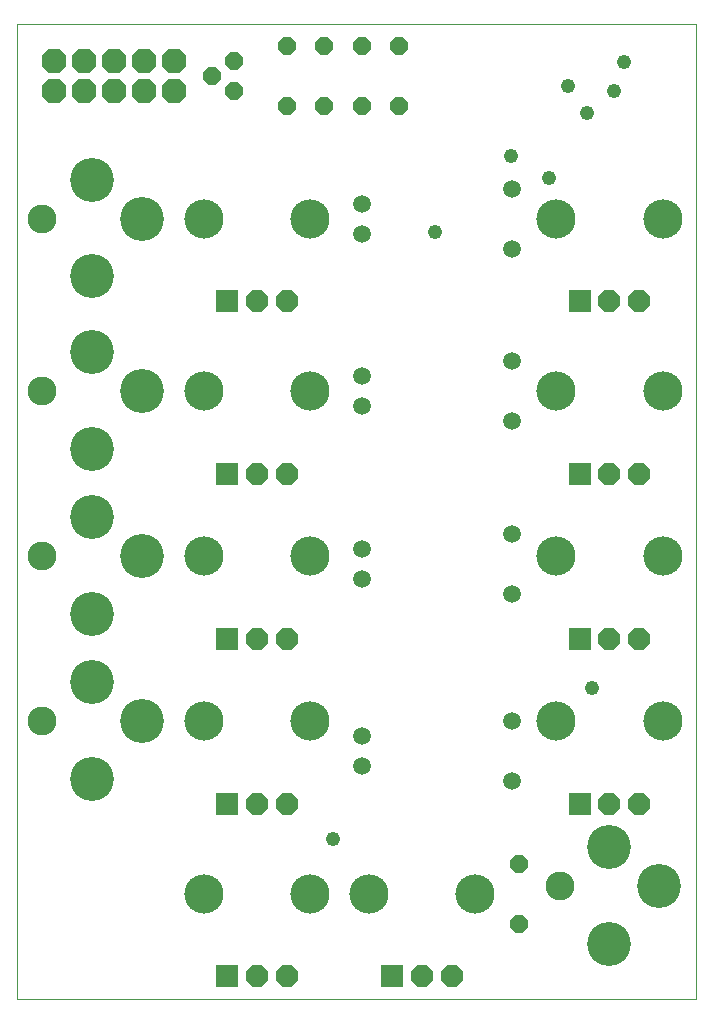
<source format=gts>
G75*
%MOIN*%
%OFA0B0*%
%FSLAX25Y25*%
%IPPOS*%
%LPD*%
%AMOC8*
5,1,8,0,0,1.08239X$1,22.5*
%
%ADD10C,0.00000*%
%ADD11OC8,0.06000*%
%ADD12C,0.14643*%
%ADD13C,0.09658*%
%ADD14C,0.05918*%
%ADD15OC8,0.08200*%
%ADD16R,0.07296X0.07296*%
%ADD17OC8,0.07296*%
%ADD18C,0.13068*%
%ADD19C,0.04800*%
D10*
X0001000Y0001000D02*
X0001000Y0325961D01*
X0227201Y0325961D01*
X0227201Y0001000D01*
X0001000Y0001000D01*
D11*
X0168500Y0026000D03*
X0168500Y0046000D03*
X0128500Y0298500D03*
X0116000Y0298500D03*
X0103500Y0298500D03*
X0091000Y0298500D03*
X0091000Y0318500D03*
X0103500Y0318500D03*
X0116000Y0318500D03*
X0128500Y0318500D03*
X0073500Y0313500D03*
X0073500Y0303500D03*
X0066000Y0308500D03*
D12*
X0042535Y0261000D03*
X0026000Y0273992D03*
X0026000Y0241709D03*
X0026000Y0216492D03*
X0042535Y0203500D03*
X0026000Y0184209D03*
X0026000Y0161492D03*
X0042535Y0148500D03*
X0026000Y0129209D03*
X0026000Y0106492D03*
X0042535Y0093500D03*
X0026000Y0074209D03*
X0198500Y0051492D03*
X0215035Y0038500D03*
X0198500Y0019209D03*
D13*
X0181965Y0038500D03*
X0009465Y0093500D03*
X0009465Y0148500D03*
X0009465Y0203500D03*
X0009465Y0261000D03*
D14*
X0116000Y0256000D03*
X0116000Y0266000D03*
X0116000Y0208500D03*
X0116000Y0198500D03*
X0116000Y0151000D03*
X0116000Y0141000D03*
X0116000Y0088500D03*
X0116000Y0078500D03*
X0166000Y0073500D03*
X0166000Y0093500D03*
X0166000Y0136000D03*
X0166000Y0156000D03*
X0166000Y0193500D03*
X0166000Y0213500D03*
X0166000Y0251000D03*
X0166000Y0271000D03*
D15*
X0053500Y0303500D03*
X0053500Y0313500D03*
X0043500Y0313500D03*
X0043500Y0303500D03*
X0033500Y0303500D03*
X0033500Y0313500D03*
X0023500Y0313500D03*
X0023500Y0303500D03*
X0013500Y0303500D03*
X0013500Y0313500D03*
D16*
X0071157Y0233441D03*
X0071157Y0175941D03*
X0071157Y0120941D03*
X0071157Y0065941D03*
X0071157Y0008441D03*
X0126157Y0008441D03*
X0188657Y0065941D03*
X0188657Y0120941D03*
X0188657Y0175941D03*
X0188657Y0233441D03*
D17*
X0198500Y0233441D03*
X0208343Y0233441D03*
X0208343Y0175941D03*
X0198500Y0175941D03*
X0198500Y0120941D03*
X0208343Y0120941D03*
X0208343Y0065941D03*
X0198500Y0065941D03*
X0145843Y0008441D03*
X0136000Y0008441D03*
X0090843Y0008441D03*
X0081000Y0008441D03*
X0081000Y0065941D03*
X0090843Y0065941D03*
X0090843Y0120941D03*
X0081000Y0120941D03*
X0081000Y0175941D03*
X0090843Y0175941D03*
X0090843Y0233441D03*
X0081000Y0233441D03*
D18*
X0063283Y0261000D03*
X0098717Y0261000D03*
X0098717Y0203500D03*
X0063283Y0203500D03*
X0063283Y0148500D03*
X0098717Y0148500D03*
X0098717Y0093500D03*
X0063283Y0093500D03*
X0063283Y0036000D03*
X0098717Y0036000D03*
X0118283Y0036000D03*
X0153717Y0036000D03*
X0180783Y0093500D03*
X0216217Y0093500D03*
X0216217Y0148500D03*
X0180783Y0148500D03*
X0180783Y0203500D03*
X0216217Y0203500D03*
X0216217Y0261000D03*
X0180783Y0261000D03*
D19*
X0178300Y0274600D03*
X0165700Y0281800D03*
X0184600Y0305200D03*
X0190900Y0296200D03*
X0199900Y0303400D03*
X0203500Y0313300D03*
X0140500Y0256600D03*
X0192700Y0104500D03*
X0106300Y0054100D03*
M02*

</source>
